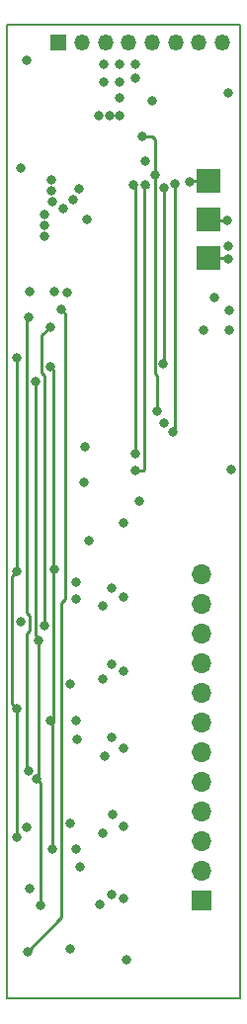
<source format=gbl>
G04 #@! TF.GenerationSoftware,KiCad,Pcbnew,(5.1.9-0-10_14)*
G04 #@! TF.CreationDate,2021-01-28T12:41:14+01:00*
G04 #@! TF.ProjectId,instrumnet,696e7374-7275-46d6-9e65-742e6b696361,rev?*
G04 #@! TF.SameCoordinates,Original*
G04 #@! TF.FileFunction,Copper,L4,Bot*
G04 #@! TF.FilePolarity,Positive*
%FSLAX46Y46*%
G04 Gerber Fmt 4.6, Leading zero omitted, Abs format (unit mm)*
G04 Created by KiCad (PCBNEW (5.1.9-0-10_14)) date 2021-01-28 12:41:14*
%MOMM*%
%LPD*%
G01*
G04 APERTURE LIST*
G04 #@! TA.AperFunction,Profile*
%ADD10C,0.150000*%
G04 #@! TD*
G04 #@! TA.AperFunction,ComponentPad*
%ADD11O,1.700000X1.700000*%
G04 #@! TD*
G04 #@! TA.AperFunction,ComponentPad*
%ADD12R,1.700000X1.700000*%
G04 #@! TD*
G04 #@! TA.AperFunction,SMDPad,CuDef*
%ADD13R,2.000000X2.000000*%
G04 #@! TD*
G04 #@! TA.AperFunction,ComponentPad*
%ADD14O,1.350000X1.350000*%
G04 #@! TD*
G04 #@! TA.AperFunction,ComponentPad*
%ADD15R,1.350000X1.350000*%
G04 #@! TD*
G04 #@! TA.AperFunction,ViaPad*
%ADD16C,0.800000*%
G04 #@! TD*
G04 #@! TA.AperFunction,Conductor*
%ADD17C,0.250000*%
G04 #@! TD*
G04 APERTURE END LIST*
D10*
X124500000Y-63650000D02*
X144500000Y-63650000D01*
X124500000Y-147050000D02*
X124500000Y-63650000D01*
X144500000Y-147050000D02*
X124500000Y-147050000D01*
X144500000Y-63650000D02*
X144500000Y-147050000D01*
D11*
X141200000Y-110680000D03*
X141200000Y-113220000D03*
X141200000Y-115760000D03*
X141200000Y-118300000D03*
X141200000Y-120840000D03*
X141200000Y-123380000D03*
X141200000Y-125920000D03*
X141200000Y-128460000D03*
X141200000Y-131000000D03*
X141200000Y-133540000D03*
X141200000Y-136080000D03*
D12*
X141200000Y-138620000D03*
D13*
X141800000Y-83600000D03*
D14*
X142950000Y-65150000D03*
X140950000Y-65150000D03*
X138950000Y-65150000D03*
X136950000Y-65150000D03*
X134950000Y-65150000D03*
X132950000Y-65150000D03*
X130950000Y-65150000D03*
D15*
X128950000Y-65150000D03*
D13*
X141800000Y-80300000D03*
X141800000Y-77000000D03*
D16*
X128366689Y-78778196D03*
X128346689Y-77838196D03*
X128356689Y-76918196D03*
X143600000Y-89800000D03*
X143600000Y-88100000D03*
X129700000Y-86600000D03*
X126500000Y-86500000D03*
X128600000Y-86500000D03*
X131400000Y-80300000D03*
X126200000Y-66700000D03*
X136342085Y-75259605D03*
X125700000Y-75900000D03*
X143487340Y-82587340D03*
X131100000Y-102800000D03*
X130700000Y-77700000D03*
X135500000Y-68200000D03*
X138000000Y-97700000D03*
X132500000Y-139000000D03*
X129924495Y-142765862D03*
X130475000Y-134225000D03*
X134750000Y-143750000D03*
X130400000Y-111400000D03*
X133500000Y-138100000D03*
X133500000Y-111900000D03*
X133500000Y-118400000D03*
X133500000Y-124700000D03*
X132900000Y-126300000D03*
X132700000Y-132900000D03*
X133600000Y-131300000D03*
X132700000Y-119700000D03*
X132700000Y-113400000D03*
X130400000Y-123200000D03*
X131500000Y-107800000D03*
X129895010Y-120100012D03*
X129895010Y-131987369D03*
X143500000Y-69500000D03*
X132800000Y-67000000D03*
X134200000Y-67000000D03*
X135500000Y-67000000D03*
X132800000Y-68500000D03*
X134200000Y-68500000D03*
X134200000Y-69900000D03*
X130750000Y-135750000D03*
X126474990Y-137612961D03*
X130424826Y-112813443D03*
X134500000Y-138500000D03*
X134500000Y-132300000D03*
X134500000Y-125600000D03*
X134500000Y-119000000D03*
X134500000Y-112600000D03*
X134500000Y-106300000D03*
X130524990Y-124800000D03*
X126200000Y-132400000D03*
X125699978Y-114763679D03*
X137000000Y-70100000D03*
X131200000Y-99800000D03*
X141400000Y-89800000D03*
X130200000Y-78600000D03*
X127700000Y-80800000D03*
X129300000Y-79400000D03*
X143700000Y-101700000D03*
X135900000Y-104400000D03*
X127700000Y-79900000D03*
X127700000Y-81700000D03*
X133300000Y-71400000D03*
X132400000Y-71400000D03*
X134200000Y-71400000D03*
X136374990Y-77300000D03*
X135499999Y-101799999D03*
X135500000Y-100400000D03*
X135374977Y-77300000D03*
X137991738Y-77626069D03*
X137925010Y-92687340D03*
X138923260Y-77262351D03*
X138700000Y-98500000D03*
X126270000Y-143000000D03*
X129140000Y-88030000D03*
X127370154Y-139042538D03*
X127225010Y-116337699D03*
X127050799Y-128259266D03*
X142300000Y-87000000D03*
X126970000Y-94180000D03*
X128400000Y-134200000D03*
X128200000Y-123200000D03*
X128200000Y-92900000D03*
X128610000Y-110290000D03*
X125350000Y-133250000D03*
X125400000Y-122200000D03*
X125400000Y-110400000D03*
X125370000Y-92170000D03*
X137200000Y-76500000D03*
X136100000Y-73200000D03*
X137400000Y-96700000D03*
X140200000Y-77100000D03*
X143400000Y-80400000D03*
X143500000Y-83700000D03*
X126400000Y-88700000D03*
X126400000Y-127500000D03*
X128200000Y-89500000D03*
X127750000Y-115090000D03*
D17*
X136600000Y-77525010D02*
X136374990Y-77300000D01*
X136300000Y-101700000D02*
X136200001Y-101799999D01*
X136300000Y-77400000D02*
X136300000Y-101700000D01*
X136200001Y-101799999D02*
X135499999Y-101799999D01*
X135500000Y-77425023D02*
X135374977Y-77300000D01*
X135500000Y-100400000D02*
X135500000Y-77425023D01*
X137991738Y-92620612D02*
X137925010Y-92687340D01*
X137991738Y-77626069D02*
X137991738Y-92620612D01*
X138700000Y-98500000D02*
X138923260Y-98276740D01*
X138923260Y-98276740D02*
X138923260Y-77262351D01*
X129539999Y-88429999D02*
X129140000Y-88030000D01*
X129539999Y-112800001D02*
X129539999Y-88429999D01*
X129170000Y-140100000D02*
X129170000Y-113170000D01*
X126270000Y-143000000D02*
X129170000Y-140100000D01*
X129170000Y-113170000D02*
X129539999Y-112800001D01*
X126970000Y-115978523D02*
X126970000Y-94400000D01*
X127370154Y-128578621D02*
X127050799Y-128259266D01*
X127225010Y-128085055D02*
X127050799Y-128259266D01*
X127370154Y-139042538D02*
X127370154Y-128578621D01*
X127225010Y-116337699D02*
X127225010Y-128085055D01*
X127225010Y-116233533D02*
X126970000Y-115978523D01*
X127225010Y-116337699D02*
X127225010Y-116233533D01*
X126970000Y-94180000D02*
X127020000Y-94130000D01*
X126970000Y-94400000D02*
X126970000Y-94180000D01*
X128400000Y-123400000D02*
X128200000Y-123200000D01*
X128480000Y-123420000D02*
X128400000Y-123500000D01*
X128610000Y-110290000D02*
X128480000Y-110420000D01*
X128400000Y-123500000D02*
X128400000Y-123400000D01*
X128400000Y-134200000D02*
X128400000Y-123500000D01*
X128420000Y-123200000D02*
X128480000Y-123140000D01*
X128200000Y-123200000D02*
X128420000Y-123200000D01*
X128480000Y-123140000D02*
X128480000Y-123420000D01*
X128480000Y-110420000D02*
X128480000Y-123140000D01*
X128480000Y-93180000D02*
X128200000Y-92900000D01*
X128480000Y-111990000D02*
X128480000Y-93180000D01*
X125350000Y-122250000D02*
X125400000Y-122200000D01*
X125350000Y-133250000D02*
X125350000Y-122250000D01*
X125400000Y-110400000D02*
X125400000Y-98200000D01*
X125400000Y-122200000D02*
X124974977Y-121774977D01*
X124974977Y-110825023D02*
X125400000Y-110400000D01*
X124974977Y-121774977D02*
X124974977Y-110825023D01*
X125400000Y-98200000D02*
X125400000Y-93200000D01*
X125400000Y-92200000D02*
X125500000Y-92100000D01*
X125400000Y-93200000D02*
X125400000Y-92200000D01*
X137200000Y-76500000D02*
X137200000Y-73400000D01*
X137000000Y-73200000D02*
X136100000Y-73200000D01*
X137200000Y-73400000D02*
X137000000Y-73200000D01*
X137400000Y-96700000D02*
X137400000Y-93700000D01*
X137200000Y-93500000D02*
X137200000Y-76500000D01*
X137400000Y-93700000D02*
X137200000Y-93500000D01*
X140300000Y-77000000D02*
X140200000Y-77100000D01*
X141800000Y-77000000D02*
X140300000Y-77000000D01*
X141900000Y-80400000D02*
X141800000Y-80300000D01*
X143400000Y-80400000D02*
X141900000Y-80400000D01*
X143400000Y-83600000D02*
X143500000Y-83700000D01*
X141800000Y-83600000D02*
X143400000Y-83600000D01*
X126424988Y-88724988D02*
X126400000Y-88700000D01*
X126400000Y-127500000D02*
X126424988Y-127475012D01*
X126460000Y-115500000D02*
X126190000Y-115770000D01*
X126460000Y-114240000D02*
X126460000Y-115500000D01*
X126190000Y-115770000D02*
X126190000Y-127380024D01*
X126190000Y-113970000D02*
X126460000Y-114240000D01*
X126190000Y-88630000D02*
X126190000Y-113970000D01*
X127474998Y-90225002D02*
X128200000Y-89500000D01*
X127760000Y-114870000D02*
X127737071Y-114847071D01*
X127737071Y-114847071D02*
X127737071Y-95142929D01*
X127737071Y-95142929D02*
X127760000Y-95120000D01*
X127737071Y-115077071D02*
X127750000Y-115090000D01*
X127737071Y-114847071D02*
X127737071Y-115077071D01*
X127737071Y-95142929D02*
X127737071Y-93667071D01*
X127474998Y-93404998D02*
X127474998Y-90225002D01*
X127737071Y-93667071D02*
X127474998Y-93404998D01*
M02*

</source>
